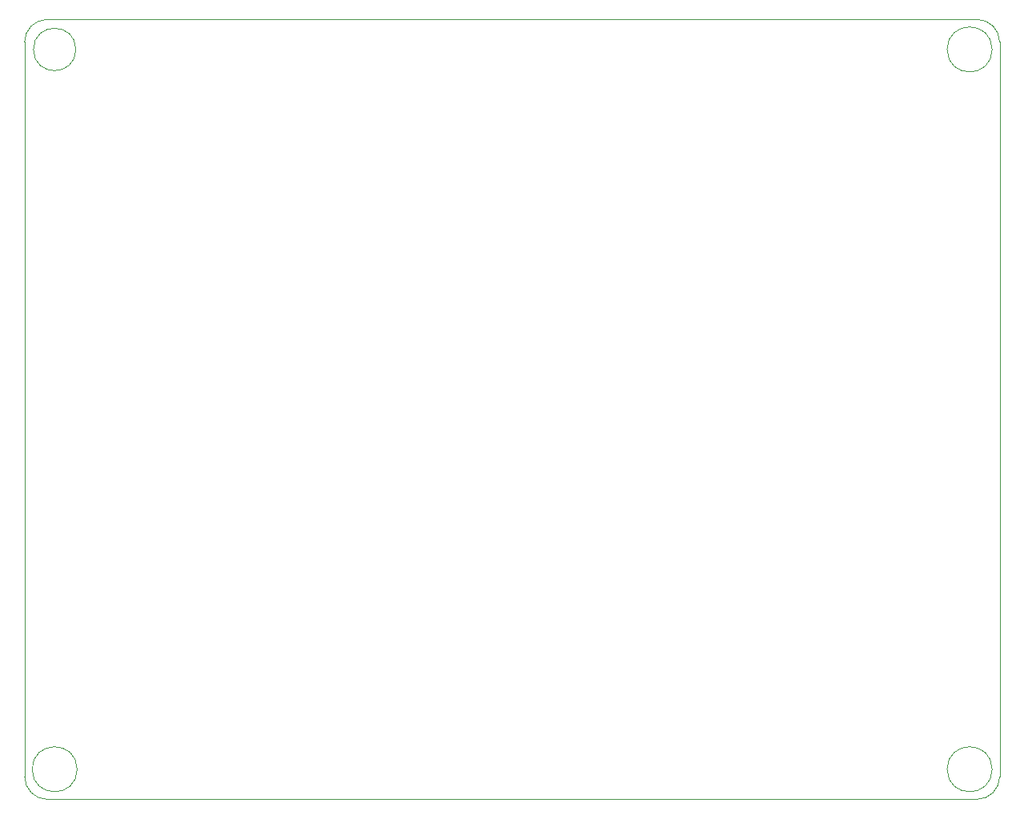
<source format=gm1>
G04 #@! TF.GenerationSoftware,KiCad,Pcbnew,(5.1.4)-1*
G04 #@! TF.CreationDate,2021-04-02T14:20:44+02:00*
G04 #@! TF.ProjectId,pcb-test,7063622d-7465-4737-942e-6b696361645f,rev?*
G04 #@! TF.SameCoordinates,Original*
G04 #@! TF.FileFunction,Profile,NP*
%FSLAX46Y46*%
G04 Gerber Fmt 4.6, Leading zero omitted, Abs format (unit mm)*
G04 Created by KiCad (PCBNEW (5.1.4)-1) date 2021-04-02 14:20:44*
%MOMM*%
%LPD*%
G04 APERTURE LIST*
%ADD10C,0.050000*%
G04 APERTURE END LIST*
D10*
X205581250Y-76200000D02*
G75*
G03X205581250Y-76200000I-2381250J0D01*
G01*
X205581250Y-152400000D02*
G75*
G03X205581250Y-152400000I-2381250J0D01*
G01*
X108743750Y-152400000D02*
G75*
G03X108743750Y-152400000I-2381250J0D01*
G01*
X108607564Y-76200000D02*
G75*
G03X108607564Y-76200000I-2245064J0D01*
G01*
X203993750Y-155575000D02*
X200818750Y-155575000D01*
X206375000Y-153193750D02*
X206375000Y-150018750D01*
X203993750Y-73025000D02*
X200818750Y-73025000D01*
X206375000Y-75406250D02*
X206375000Y-78581250D01*
X103187500Y-78581250D02*
X103187500Y-75406250D01*
X103187500Y-150018750D02*
X103187500Y-153193750D01*
X200818750Y-155575000D02*
X105568750Y-155575000D01*
X206375000Y-78581250D02*
X206375000Y-150018750D01*
X105568750Y-73025000D02*
X200818750Y-73025000D01*
X103187500Y-150018750D02*
X103187500Y-78581250D01*
X105568750Y-155575000D02*
G75*
G02X103187500Y-153193750I0J2381250D01*
G01*
X103187500Y-75406250D02*
G75*
G02X105568750Y-73025000I2381250J0D01*
G01*
X206375000Y-153193750D02*
G75*
G02X203993750Y-155575000I-2381250J0D01*
G01*
X203993750Y-73025000D02*
G75*
G02X206375000Y-75406250I0J-2381250D01*
G01*
M02*

</source>
